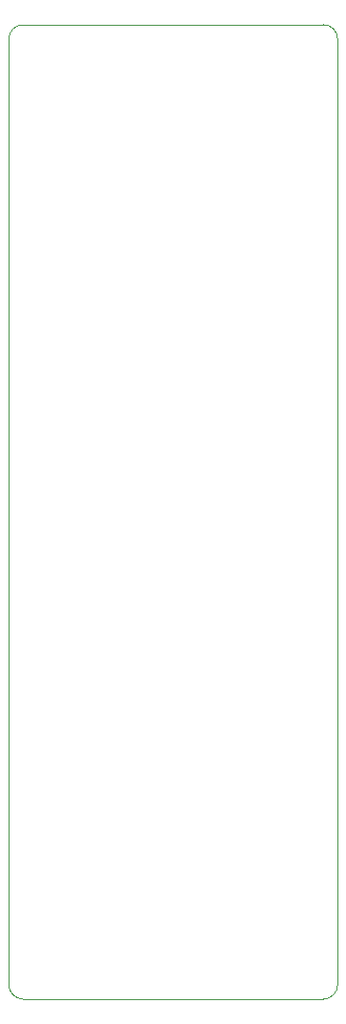
<source format=gbr>
%TF.GenerationSoftware,KiCad,Pcbnew,(6.0.11)*%
%TF.CreationDate,2023-06-18T22:22:59+02:00*%
%TF.ProjectId,rd-03,72642d30-332e-46b6-9963-61645f706362,rev?*%
%TF.SameCoordinates,Original*%
%TF.FileFunction,Profile,NP*%
%FSLAX46Y46*%
G04 Gerber Fmt 4.6, Leading zero omitted, Abs format (unit mm)*
G04 Created by KiCad (PCBNEW (6.0.11)) date 2023-06-18 22:22:59*
%MOMM*%
%LPD*%
G01*
G04 APERTURE LIST*
%TA.AperFunction,Profile*%
%ADD10C,0.100000*%
%TD*%
G04 APERTURE END LIST*
D10*
X130810000Y-48260000D02*
G75*
G03*
X129540000Y-46990000I-1270000J0D01*
G01*
X102870000Y-46990000D02*
G75*
G03*
X101600000Y-48260000I0J-1270000D01*
G01*
X101600000Y-132080000D02*
G75*
G03*
X102870000Y-133350000I1270000J0D01*
G01*
X129540000Y-133350000D02*
G75*
G03*
X130810000Y-132080000I0J1270000D01*
G01*
X102870000Y-133350000D02*
X129540000Y-133350000D01*
X129540000Y-46990000D02*
X102870000Y-46990000D01*
X130810000Y-132080000D02*
X130810000Y-48260000D01*
X101600000Y-132080000D02*
X101600000Y-48260000D01*
M02*

</source>
